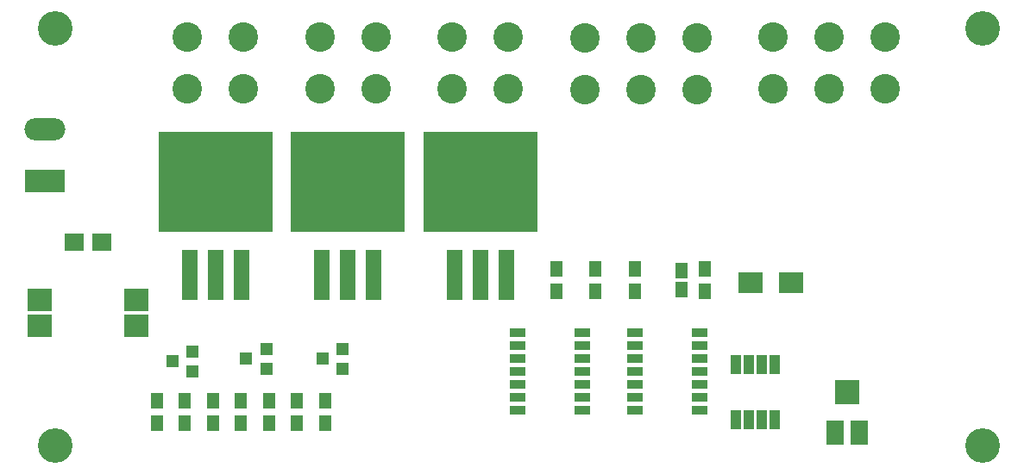
<source format=gbr>
G04 #@! TF.FileFunction,Soldermask,Top*
%FSLAX46Y46*%
G04 Gerber Fmt 4.6, Leading zero omitted, Abs format (unit mm)*
G04 Created by KiCad (PCBNEW 4.0.7-e2-6376~58~ubuntu16.04.1) date Wed Nov 22 10:08:24 2017*
%MOMM*%
%LPD*%
G01*
G04 APERTURE LIST*
%ADD10C,0.100000*%
%ADD11R,4.000000X2.200000*%
%ADD12O,4.000000X2.200000*%
%ADD13C,2.900000*%
%ADD14C,3.400000*%
%ADD15R,2.400000X2.000000*%
%ADD16R,1.150000X1.600000*%
%ADD17R,1.300000X1.200000*%
%ADD18R,1.500000X5.000000*%
%ADD19R,11.200000X9.800000*%
%ADD20R,1.300000X1.600000*%
%ADD21R,1.700000X2.400000*%
%ADD22R,2.400000X2.400000*%
%ADD23R,1.900000X1.700000*%
%ADD24R,1.000000X1.950000*%
%ADD25R,1.543000X0.908000*%
%ADD26R,2.400000X2.180000*%
G04 APERTURE END LIST*
D10*
D11*
X53500000Y-69500000D03*
D12*
X53500000Y-64420000D03*
D13*
X117520000Y-55500000D03*
X117520000Y-60580000D03*
X112010000Y-60580000D03*
X112010000Y-55500000D03*
X106500000Y-55500000D03*
X106500000Y-60580000D03*
X67490000Y-55420000D03*
X67490000Y-60500000D03*
X73000000Y-60500000D03*
X73000000Y-55420000D03*
X80490000Y-55420000D03*
X80490000Y-60500000D03*
X86000000Y-60500000D03*
X86000000Y-55420000D03*
X93490000Y-55420000D03*
X93490000Y-60500000D03*
X99000000Y-60500000D03*
X99000000Y-55420000D03*
X124980000Y-60500000D03*
X124980000Y-55420000D03*
X130490000Y-55420000D03*
X130490000Y-60500000D03*
X136000000Y-60500000D03*
X136000000Y-55420000D03*
D14*
X54500000Y-95500000D03*
X145500000Y-95500000D03*
X145500000Y-54500000D03*
X54500000Y-54500000D03*
D15*
X122750000Y-79500000D03*
X126750000Y-79500000D03*
D16*
X116000000Y-80200000D03*
X116000000Y-78300000D03*
D17*
X82750000Y-87950000D03*
X82750000Y-86050000D03*
X80750000Y-87000000D03*
X75250000Y-87950000D03*
X75250000Y-86050000D03*
X73250000Y-87000000D03*
X68000000Y-88200000D03*
X68000000Y-86300000D03*
X66000000Y-87250000D03*
D18*
X93710000Y-78775000D03*
X96250000Y-78775000D03*
X98790000Y-78775000D03*
D19*
X96250000Y-69625000D03*
D18*
X80710000Y-78775000D03*
X83250000Y-78775000D03*
X85790000Y-78775000D03*
D19*
X83250000Y-69625000D03*
D18*
X67710000Y-78775000D03*
X70250000Y-78775000D03*
X72790000Y-78775000D03*
D19*
X70250000Y-69625000D03*
D20*
X118250000Y-80350000D03*
X118250000Y-78150000D03*
D21*
X133400000Y-94250000D03*
D22*
X132250000Y-90250000D03*
D21*
X131100000Y-94250000D03*
D20*
X111400000Y-80350000D03*
X111400000Y-78150000D03*
X103750000Y-80350000D03*
X103750000Y-78150000D03*
X107500000Y-80350000D03*
X107500000Y-78150000D03*
X81000000Y-91150000D03*
X81000000Y-93350000D03*
X75500000Y-91150000D03*
X75500000Y-93350000D03*
D23*
X56400000Y-75500000D03*
X59100000Y-75500000D03*
D20*
X64500000Y-91150000D03*
X64500000Y-93350000D03*
X67250000Y-91150000D03*
X67250000Y-93350000D03*
X78250000Y-91150000D03*
X78250000Y-93350000D03*
X72750000Y-91150000D03*
X72750000Y-93350000D03*
X70000000Y-91150000D03*
X70000000Y-93350000D03*
D24*
X125155000Y-87550000D03*
X123885000Y-87550000D03*
X122615000Y-87550000D03*
X121345000Y-87550000D03*
X121345000Y-92950000D03*
X122615000Y-92950000D03*
X123885000Y-92950000D03*
X125155000Y-92950000D03*
D25*
X111448000Y-84440000D03*
X111448000Y-85710000D03*
X111448000Y-86980000D03*
X111448000Y-88250000D03*
X111448000Y-89520000D03*
X111448000Y-90790000D03*
X111448000Y-92060000D03*
X117798000Y-92060000D03*
X117798000Y-90790000D03*
X117798000Y-88250000D03*
X117798000Y-86980000D03*
X117798000Y-85710000D03*
X117798000Y-84440000D03*
X117798000Y-89520000D03*
X99948000Y-84440000D03*
X99948000Y-85710000D03*
X99948000Y-86980000D03*
X99948000Y-88250000D03*
X99948000Y-89520000D03*
X99948000Y-90790000D03*
X99948000Y-92060000D03*
X106298000Y-92060000D03*
X106298000Y-90790000D03*
X106298000Y-88250000D03*
X106298000Y-86980000D03*
X106298000Y-85710000D03*
X106298000Y-84440000D03*
X106298000Y-89520000D03*
D26*
X52985000Y-81230000D03*
X62515000Y-83770000D03*
X52985000Y-83770000D03*
X62515000Y-81230000D03*
M02*

</source>
